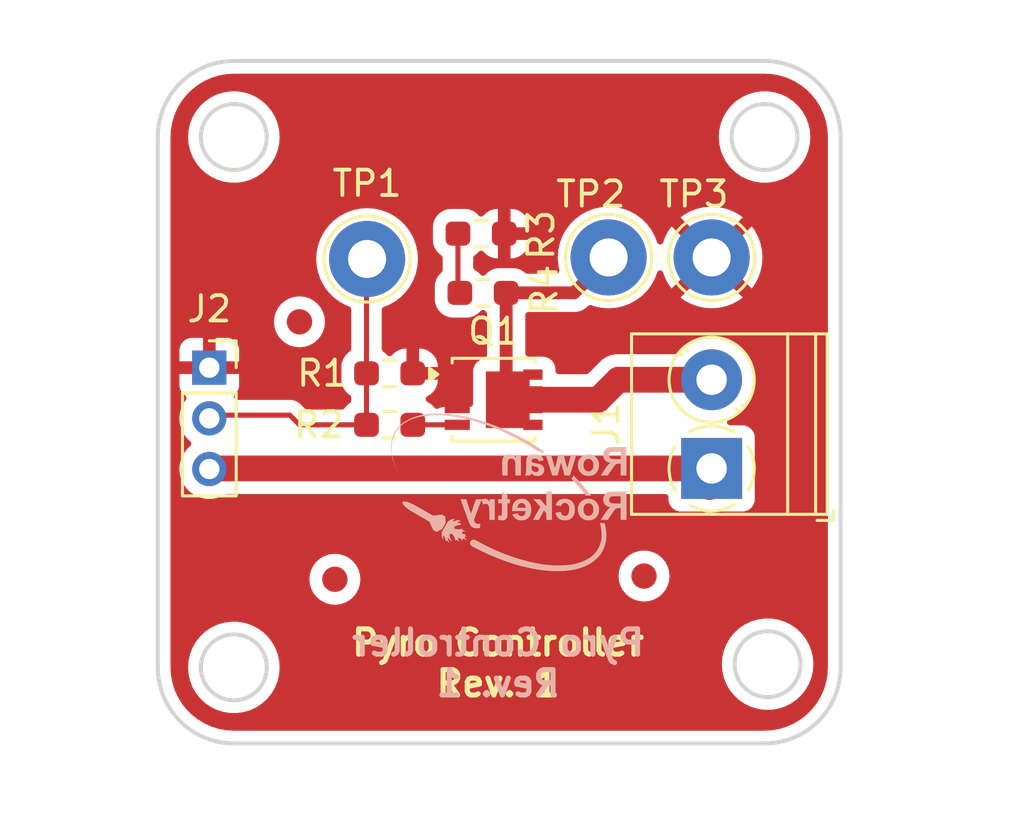
<source format=kicad_pcb>
(kicad_pcb (version 20240108) (generator "pcbnew") (generator_version "8.0")
  (layers (0 "F.Cu" signal) (31 "B.Cu" signal) (34 "B.Paste" user) (35 "F.Paste" user) (36 "B.SilkS" user "B.Silkscreen") (37 "F.SilkS" user "F.Silkscreen") (38 "B.Mask" user) (39 "F.Mask" user) (44 "Edge.Cuts" user))
  (net 0 "")
  (net 1 "+12V")
  (net 2 "Net-(Q1-G)")
  (net 3 "GNDD")
  (net 4 "/ValveController/Output")
  (net 5 "/ValveController/Input")
  (net 6 "Net-(R3-Pad2)")
  (footprint "TestPoint:TestPoint_Loop_D2.54mm_Drill1.5mm_Beaded" (layer "F.Cu") (at 45.466 25.273 180)
    (property "Reference" "TP3" (at 0.7 2.5 0) (layer "F.SilkS"))
    (property "Value" "TestPoint")
    (pad "1" thru_hole circle (at 0 0 180) (size 3 3) (drill 1.5) (layers "*.Cu" "*.Mask") (net 3 "GNDD"))
  )
  (footprint "Fiducial:Fiducial_1mm_Mask2mm" (layer "F.Cu") (at 29.21 27.813)
    (property "Reference" "FID2" (hide yes))
    (property "Value" "Fiducial" (hide yes))
    (pad "" smd circle (at 0 0) (size 1 1) (layers "F.Cu" "F.Mask") (clearance 0.5))
  )
  (footprint "Resistor_SMD:R_0603_1608Metric_Pad0.98x0.95mm_HandSolder" (layer "F.Cu") (at 36.449 26.67 180)
    (property "Reference" "R3" (at -2.286 2.286 -90) (layer "F.SilkS"))
    (property "Value" "100K")
    (pad "1" smd roundrect (at -0.9125 0 180) (size 0.975 0.95) (layers "F.Cu" "F.Paste" "F.Mask") (net 4 "/ValveController/Output"))
    (pad "2" smd roundrect (at 0.9125 0 180) (size 0.975 0.95) (layers "F.Cu" "F.Paste" "F.Mask") (net 6 "Net-(R3-Pad2)"))
  )
  (footprint "Fiducial:Fiducial_1mm_Mask2mm" (layer "F.Cu") (at 42.799 37.846)
    (property "Reference" "FID3" (hide yes))
    (property "Value" "Fiducial" (hide yes))
    (pad "" smd circle (at 0 0) (size 1 1) (layers "F.Cu" "F.Mask") (clearance 0.5))
  )
  (footprint "TerminalBlock_Phoenix:TerminalBlock_Phoenix_PT-1,5-2-3.5-H_1x02_P3.50mm_Horizontal" (layer "F.Cu") (at 45.466 33.599 90)
    (property "Reference" "J1" (at 1.75 -4.16 90) (layer "F.SilkS"))
    (property "Value" "Screw_Terminal_01x02")
    (pad "1" thru_hole rect (at 0 0 90) (size 2.4 2.4) (drill 1.2) (layers "*.Cu" "*.Mask") (net 1 "+12V"))
    (pad "2" thru_hole circle (at 3.5 0 90) (size 2.4 2.4) (drill 1.2) (layers "*.Cu" "*.Mask") (net 4 "/ValveController/Output"))
  )
  (footprint "TestPoint:TestPoint_Loop_D2.54mm_Drill1.5mm_Beaded" (layer "F.Cu") (at 41.402 25.273 180)
    (property "Reference" "TP2" (at 0.7 2.5 0) (layer "F.SilkS"))
    (property "Value" "TestPoint")
    (pad "1" thru_hole circle (at 0 0 180) (size 3 3) (drill 1.5) (layers "*.Cu" "*.Mask") (net 4 "/ValveController/Output"))
  )
  (footprint "TestPoint:TestPoint_Loop_D2.54mm_Drill1.5mm_Beaded" (layer "F.Cu") (at 31.877 25.333)
    (property "Reference" "TP1" (at 0 -2.981 0) (layer "F.SilkS"))
    (property "Value" "TestPoint")
    (pad "1" thru_hole circle (at 0 0) (size 3 3) (drill 1.5) (layers "*.Cu" "*.Mask") (net 5 "/ValveController/Input"))
  )
  (footprint "Connector_PinSocket_2.00mm:PinSocket_1x03_P2.00mm_Vertical" (layer "F.Cu") (at 25.654 29.623)
    (property "Reference" "J2" (at 0 -2.318 0) (layer "F.SilkS"))
    (property "Value" "Conn_01x03_Socket")
    (pad "1" thru_hole rect (at 0 0) (size 1.35 1.35) (drill 0.8) (layers "*.Cu" "*.Mask") (net 3 "GNDD"))
    (pad "2" thru_hole oval (at 0 2) (size 1.35 1.35) (drill 0.8) (layers "*.Cu" "*.Mask") (net 5 "/ValveController/Input"))
    (pad "3" thru_hole oval (at 0 4) (size 1.35 1.35) (drill 0.8) (layers "*.Cu" "*.Mask") (net 1 "+12V"))
  )
  (footprint "Resistor_SMD:R_0603_1608Metric_Pad0.98x0.95mm_HandSolder" (layer "F.Cu") (at 36.373 24.333 180)
    (property "Reference" "R4" (at -2.489 -2.21 90) (layer "F.SilkS"))
    (property "Value" "27K")
    (pad "1" smd roundrect (at -0.9125 0 180) (size 0.975 0.95) (layers "F.Cu" "F.Paste" "F.Mask") (net 3 "GNDD"))
    (pad "2" smd roundrect (at 0.9125 0 180) (size 0.975 0.95) (layers "F.Cu" "F.Paste" "F.Mask") (net 6 "Net-(R3-Pad2)"))
  )
  (footprint "Package_SO:Vishay_PowerPAK_1212-8_Single" (layer "F.Cu") (at 36.868 30.887)
    (property "Reference" "Q1" (at 0 -2.7 0) (layer "F.SilkS"))
    (property "Value" "SiS454DN")
    (pad "1" smd rect (at -1.435 -0.99) (size 0.99 0.405) (layers "F.Cu" "F.Paste" "F.Mask") (net 3 "GNDD"))
    (pad "2" smd rect (at -1.435 -0.33) (size 0.99 0.405) (layers "F.Cu" "F.Paste" "F.Mask") (net 3 "GNDD"))
    (pad "3" smd rect (at -1.435 0.33) (size 0.99 0.405) (layers "F.Cu" "F.Paste" "F.Mask") (net 3 "GNDD"))
    (pad "4" smd rect (at -1.435 0.99) (size 0.99 0.405) (layers "F.Cu" "F.Paste" "F.Mask") (net 2 "Net-(Q1-G)"))
    (pad "5" smd custom (at 0.5575 0) (size 1.725 2.235) (layers "F.Cu" "F.Paste" "F.Mask") (net 4 "/ValveController/Output") (options (clearance outline) (anchor rect)) (primitives (gr_poly (pts (xy 1.3725 -0.7875) (xy 0.8625 -0.7875) (xy 0.8625 -0.5325) (xy 1.3725 -0.5325) (xy 1.3725 -0.1275) (xy 0.8625 -0.1275) (xy 0.8625 0.1275) (xy 1.3725 0.1275) (xy 1.3725 0.5325) (xy 0.8625 0.5325) (xy 0.8625 0.7875) (xy 1.3725 0.7875) (xy 1.3725 1.195) (xy 0.6125 1.195) (xy 0.6125 -1.195) (xy 1.3725 -1.195)) (width 0) (fill yes))))
  )
  (footprint "Fiducial:Fiducial_1mm_Mask2mm" (layer "F.Cu") (at 30.607 37.973)
    (property "Reference" "FID1" (hide yes))
    (property "Value" "Fiducial" (hide yes))
    (pad "" smd circle (at 0 0) (size 1 1) (layers "F.Cu" "F.Mask") (clearance 0.5))
  )
  (footprint "Resistor_SMD:R_0603_1608Metric_Pad0.98x0.95mm_HandSolder" (layer "F.Cu") (at 32.766 29.845 180)
    (property "Reference" "R1" (at 2.667 0 0) (layer "F.SilkS"))
    (property "Value" "3.3K")
    (pad "1" smd roundrect (at -0.9125 0 180) (size 0.975 0.95) (layers "F.Cu" "F.Paste" "F.Mask") (net 3 "GNDD"))
    (pad "2" smd roundrect (at 0.9125 0 180) (size 0.975 0.95) (layers "F.Cu" "F.Paste" "F.Mask") (net 5 "/ValveController/Input"))
  )
  (footprint "Resistor_SMD:R_0603_1608Metric_Pad0.98x0.95mm_HandSolder" (layer "F.Cu") (at 32.766 31.877)
    (property "Reference" "R2" (at -2.794 0 0) (layer "F.SilkS"))
    (property "Value" "1K")
    (pad "1" smd roundrect (at -0.9125 0) (size 0.975 0.95) (layers "F.Cu" "F.Paste" "F.Mask") (net 5 "/ValveController/Input"))
    (pad "2" smd roundrect (at 0.9125 0) (size 0.975 0.95) (layers "F.Cu" "F.Paste" "F.Mask") (net 2 "Net-(Q1-G)"))
  )
  (footprint "LOGO" (layer "B.Cu") (at 37.462404 34.3 180)
    (property "Reference" "G***" (hide yes))
    (property "Value" "LOGO" (hide yes))
  )
  (gr_line (start 26.622 17.519742) (end 47.552258 17.519742) (stroke (width 0.16)) (layer "Edge.Cuts"))
  (gr_line (start 47.552258 44.45) (end 26.622 44.45) (stroke (width 0.16)) (layer "Edge.Cuts"))
  (gr_arc (start 50.552258 41.45) (mid 49.673578 43.57132) (end 47.552258 44.45) (stroke (width 0.16)) (layer "Edge.Cuts"))
  (gr_line (start 23.622 41.45) (end 23.622 20.519742) (stroke (width 0.16)) (layer "Edge.Cuts"))
  (gr_line (start 50.552258 20.519742) (end 50.552258 41.45) (stroke (width 0.16)) (layer "Edge.Cuts"))
  (gr_arc (start 47.552258 17.519742) (mid 49.673578 18.398422) (end 50.552258 20.519742) (stroke (width 0.16)) (layer "Edge.Cuts"))
  (gr_arc (start 26.622 44.45) (mid 24.50068 43.57132) (end 23.622 41.45) (stroke (width 0.16)) (layer "Edge.Cuts"))
  (gr_circle (center 47.552258 20.519742) (end 46.252258 20.519742) (stroke (width 0.16)) (fill none) (layer "Edge.Cuts"))
  (gr_circle (center 47.673 41.323) (end 46.373 41.323) (stroke (width 0.16)) (fill none) (layer "Edge.Cuts"))
  (gr_circle (center 26.622 41.45) (end 25.322 41.45) (stroke (width 0.16)) (fill none) (layer "Edge.Cuts"))
  (gr_circle (center 26.622 20.519742) (end 25.322 20.519742) (stroke (width 0.16)) (fill none) (layer "Edge.Cuts"))
  (gr_arc (start 23.622 20.519742) (mid 24.50068 18.398422) (end 26.622 17.519742) (stroke (width 0.16)) (layer "Edge.Cuts"))
  (gr_text "Pyro Controller\nRev. 1" (at 37.043404 42.672 0) (layer "B.SilkS") (effects (font (size 1 1) (thickness 0.2) (bold yes)) (justify bottom mirror)))
  (gr_text "Pyro Controller\nRev. 1" (at 37.043404 42.672 -0) (layer "F.SilkS") (effects (font (size 1 1) (thickness 0.2) (bold yes)) (justify bottom)))
  (segment (start 45.466 33.599) (end 25.964 33.599) (width 1.016) (layer "F.Cu") (net 1))
  (segment (start 25.964 33.599) (end 25.908 33.655) (width 1.016) (layer "F.Cu") (net 1))
  (segment (start 45.373 34.333) (end 45.466 34.24) (width 1.016) (layer "F.Cu") (net 1))
  (segment (start 45.466 34.24) (end 45.466 33.599) (width 1.016) (layer "F.Cu") (net 1))
  (segment (start 33.6785 31.877) (end 35.433 31.877) (width 0.2) (layer "F.Cu") (net 2))
  (segment (start 25.642 29.833) (end 25.654 29.845) (width 0.2) (layer "F.Cu") (net 3))
  (segment (start 33.7305 29.897) (end 33.6785 29.845) (width 0.2) (layer "F.Cu") (net 3))
  (segment (start 40.995 30.887) (end 37.4255 30.887) (width 1.016) (layer "F.Cu") (net 4))
  (segment (start 41.373 25.333) (end 40.036 26.67) (width 0.508) (layer "F.Cu") (net 4))
  (segment (start 45.466 30.099) (end 45.373 30.192) (width 0.2) (layer "F.Cu") (net 4))
  (segment (start 37.3615 26.67) (end 37.3615 30.823) (width 0.508) (layer "F.Cu") (net 4))
  (segment (start 45.373 30.192) (end 45.373 30.833) (width 0.2) (layer "F.Cu") (net 4))
  (segment (start 45.466 30.099) (end 41.783 30.099) (width 1.016) (layer "F.Cu") (net 4))
  (segment (start 41.783 30.099) (end 40.995 30.887) (width 1.016) (layer "F.Cu") (net 4))
  (segment (start 40.036 26.67) (end 37.3615 26.67) (width 0.508) (layer "F.Cu") (net 4))
  (segment (start 37.3615 30.823) (end 37.4255 30.887) (width 0.2) (layer "F.Cu") (net 4))
  (segment (start 31.8535 26.3135) (end 31.8535 29.845) (width 0.2) (layer "F.Cu") (net 5))
  (segment (start 28.829 31.496) (end 25.781 31.496) (width 0.2) (layer "F.Cu") (net 5))
  (segment (start 31.8535 31.877) (end 29.21 31.877) (width 0.2) (layer "F.Cu") (net 5))
  (segment (start 29.21 31.877) (end 28.829 31.496) (width 0.2) (layer "F.Cu") (net 5))
  (segment (start 25.781 31.496) (end 25.654 31.623) (width 0.2) (layer "F.Cu") (net 5))
  (segment (start 30.873 25.333) (end 31.8535 26.3135) (width 0.2) (layer "F.Cu") (net 5))
  (segment (start 31.8535 31.877) (end 31.8535 29.845) (width 0.2) (layer "F.Cu") (net 5))
  (segment (start 35.4605 26.594) (end 35.5365 26.67) (width 0.2) (layer "F.Cu") (net 6))
  (segment (start 35.4605 24.333) (end 35.4605 26.594) (width 0.2) (layer "F.Cu") (net 6))
  (zone (net 3) (net_name "GNDD") (layer "F.Cu") (connect_pads (clearance 0.5)) (min_thickness 0.25) (fill yes (thermal_gap 0.5) (thermal_bridge_width 0.5))
    (polygon (pts (xy 17.399 47.117) (xy 17.78 15.113) (xy 57.785 15.367) (xy 57.531 47.752)))
  )
)
</source>
